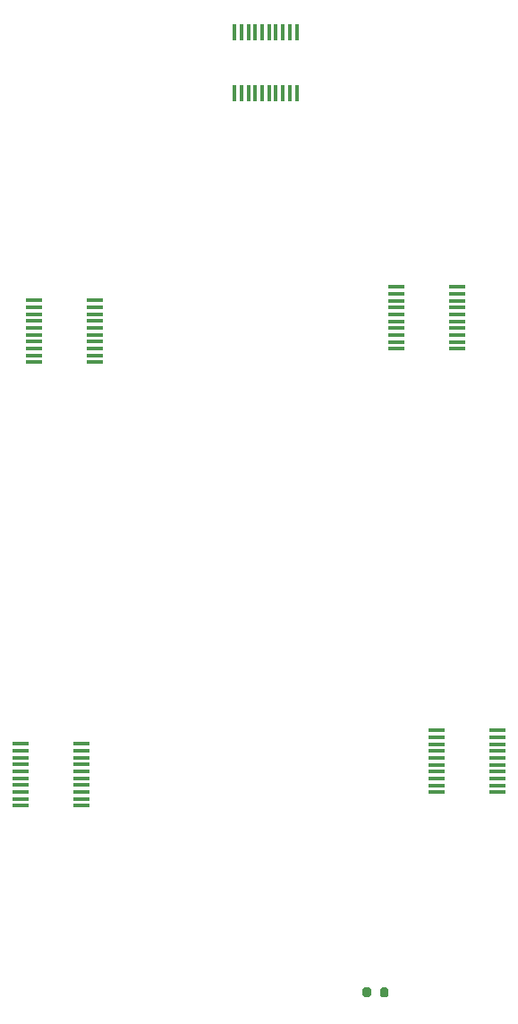
<source format=gbr>
%TF.GenerationSoftware,KiCad,Pcbnew,(5.1.8)-1*%
%TF.CreationDate,2021-03-01T08:31:10-06:00*%
%TF.ProjectId,CircuitBoard,43697263-7569-4744-926f-6172642e6b69,rev?*%
%TF.SameCoordinates,Original*%
%TF.FileFunction,Paste,Top*%
%TF.FilePolarity,Positive*%
%FSLAX46Y46*%
G04 Gerber Fmt 4.6, Leading zero omitted, Abs format (unit mm)*
G04 Created by KiCad (PCBNEW (5.1.8)-1) date 2021-03-01 08:31:10*
%MOMM*%
%LPD*%
G01*
G04 APERTURE LIST*
%ADD10R,1.570000X0.410000*%
%ADD11R,0.410000X1.570000*%
G04 APERTURE END LIST*
D10*
%TO.C,U5*%
X105080000Y-95635000D03*
X105080000Y-94985000D03*
X105080000Y-94335000D03*
X105080000Y-93685000D03*
X105080000Y-93035000D03*
X105080000Y-92385000D03*
X105080000Y-91735000D03*
X105080000Y-91085000D03*
X105080000Y-90435000D03*
X105080000Y-89785000D03*
X110820000Y-89785000D03*
X110820000Y-90435000D03*
X110820000Y-91085000D03*
X110820000Y-91735000D03*
X110820000Y-92385000D03*
X110820000Y-93035000D03*
X110820000Y-93685000D03*
X110820000Y-94335000D03*
X110820000Y-94985000D03*
X110820000Y-95635000D03*
%TD*%
%TO.C,U4*%
X103810000Y-137545000D03*
X103810000Y-136895000D03*
X103810000Y-136245000D03*
X103810000Y-135595000D03*
X103810000Y-134945000D03*
X103810000Y-134295000D03*
X103810000Y-133645000D03*
X103810000Y-132995000D03*
X103810000Y-132345000D03*
X103810000Y-131695000D03*
X109550000Y-131695000D03*
X109550000Y-132345000D03*
X109550000Y-132995000D03*
X109550000Y-133645000D03*
X109550000Y-134295000D03*
X109550000Y-134945000D03*
X109550000Y-135595000D03*
X109550000Y-136245000D03*
X109550000Y-136895000D03*
X109550000Y-137545000D03*
%TD*%
%TO.C,U3*%
X145110000Y-88515000D03*
X145110000Y-89165000D03*
X145110000Y-89815000D03*
X145110000Y-90465000D03*
X145110000Y-91115000D03*
X145110000Y-91765000D03*
X145110000Y-92415000D03*
X145110000Y-93065000D03*
X145110000Y-93715000D03*
X145110000Y-94365000D03*
X139370000Y-94365000D03*
X139370000Y-93715000D03*
X139370000Y-93065000D03*
X139370000Y-92415000D03*
X139370000Y-91765000D03*
X139370000Y-91115000D03*
X139370000Y-90465000D03*
X139370000Y-89815000D03*
X139370000Y-89165000D03*
X139370000Y-88515000D03*
%TD*%
D11*
%TO.C,U2*%
X124075000Y-64440000D03*
X124725000Y-64440000D03*
X125375000Y-64440000D03*
X126025000Y-64440000D03*
X126675000Y-64440000D03*
X127325000Y-64440000D03*
X127975000Y-64440000D03*
X128625000Y-64440000D03*
X129275000Y-64440000D03*
X129925000Y-64440000D03*
X129925000Y-70180000D03*
X129275000Y-70180000D03*
X128625000Y-70180000D03*
X127975000Y-70180000D03*
X127325000Y-70180000D03*
X126675000Y-70180000D03*
X126025000Y-70180000D03*
X125375000Y-70180000D03*
X124725000Y-70180000D03*
X124075000Y-70180000D03*
%TD*%
D10*
%TO.C,U1*%
X148920000Y-130425000D03*
X148920000Y-131075000D03*
X148920000Y-131725000D03*
X148920000Y-132375000D03*
X148920000Y-133025000D03*
X148920000Y-133675000D03*
X148920000Y-134325000D03*
X148920000Y-134975000D03*
X148920000Y-135625000D03*
X148920000Y-136275000D03*
X143180000Y-136275000D03*
X143180000Y-135625000D03*
X143180000Y-134975000D03*
X143180000Y-134325000D03*
X143180000Y-133675000D03*
X143180000Y-133025000D03*
X143180000Y-132375000D03*
X143180000Y-131725000D03*
X143180000Y-131075000D03*
X143180000Y-130425000D03*
%TD*%
%TO.C,R1*%
G36*
G01*
X137839000Y-155469000D02*
X137839000Y-154919000D01*
G75*
G02*
X138039000Y-154719000I200000J0D01*
G01*
X138439000Y-154719000D01*
G75*
G02*
X138639000Y-154919000I0J-200000D01*
G01*
X138639000Y-155469000D01*
G75*
G02*
X138439000Y-155669000I-200000J0D01*
G01*
X138039000Y-155669000D01*
G75*
G02*
X137839000Y-155469000I0J200000D01*
G01*
G37*
G36*
G01*
X136189000Y-155469000D02*
X136189000Y-154919000D01*
G75*
G02*
X136389000Y-154719000I200000J0D01*
G01*
X136789000Y-154719000D01*
G75*
G02*
X136989000Y-154919000I0J-200000D01*
G01*
X136989000Y-155469000D01*
G75*
G02*
X136789000Y-155669000I-200000J0D01*
G01*
X136389000Y-155669000D01*
G75*
G02*
X136189000Y-155469000I0J200000D01*
G01*
G37*
%TD*%
M02*

</source>
